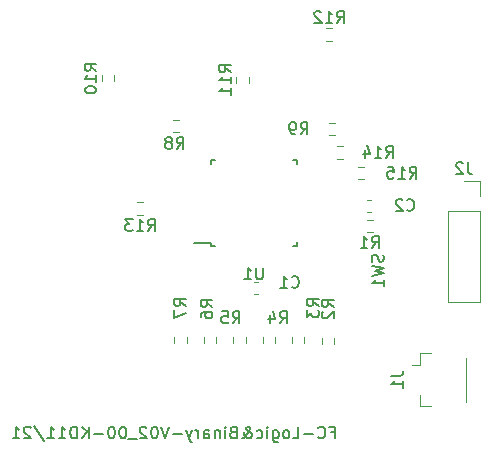
<source format=gbo>
G04 #@! TF.GenerationSoftware,KiCad,Pcbnew,5.1.10-88a1d61d58~90~ubuntu20.04.1*
G04 #@! TF.CreationDate,2021-11-23T17:04:51+00:00*
G04 #@! TF.ProjectId,logic-calc,6c6f6769-632d-4636-916c-632e6b696361,rev?*
G04 #@! TF.SameCoordinates,Original*
G04 #@! TF.FileFunction,Legend,Bot*
G04 #@! TF.FilePolarity,Positive*
%FSLAX46Y46*%
G04 Gerber Fmt 4.6, Leading zero omitted, Abs format (unit mm)*
G04 Created by KiCad (PCBNEW 5.1.10-88a1d61d58~90~ubuntu20.04.1) date 2021-11-23 17:04:51*
%MOMM*%
%LPD*%
G01*
G04 APERTURE LIST*
%ADD10C,0.150000*%
%ADD11C,0.120000*%
%ADD12O,1.700000X1.700000*%
%ADD13R,1.700000X1.700000*%
%ADD14R,0.550000X1.600000*%
%ADD15R,1.600000X0.550000*%
%ADD16R,1.400000X1.500000*%
G04 APERTURE END LIST*
D10*
X107485714Y-67678571D02*
X107819047Y-67678571D01*
X107819047Y-68202380D02*
X107819047Y-67202380D01*
X107342857Y-67202380D01*
X106390476Y-68107142D02*
X106438095Y-68154761D01*
X106580952Y-68202380D01*
X106676190Y-68202380D01*
X106819047Y-68154761D01*
X106914285Y-68059523D01*
X106961904Y-67964285D01*
X107009523Y-67773809D01*
X107009523Y-67630952D01*
X106961904Y-67440476D01*
X106914285Y-67345238D01*
X106819047Y-67250000D01*
X106676190Y-67202380D01*
X106580952Y-67202380D01*
X106438095Y-67250000D01*
X106390476Y-67297619D01*
X105961904Y-67821428D02*
X105200000Y-67821428D01*
X104247619Y-68202380D02*
X104723809Y-68202380D01*
X104723809Y-67202380D01*
X103771428Y-68202380D02*
X103866666Y-68154761D01*
X103914285Y-68107142D01*
X103961904Y-68011904D01*
X103961904Y-67726190D01*
X103914285Y-67630952D01*
X103866666Y-67583333D01*
X103771428Y-67535714D01*
X103628571Y-67535714D01*
X103533333Y-67583333D01*
X103485714Y-67630952D01*
X103438095Y-67726190D01*
X103438095Y-68011904D01*
X103485714Y-68107142D01*
X103533333Y-68154761D01*
X103628571Y-68202380D01*
X103771428Y-68202380D01*
X102580952Y-67535714D02*
X102580952Y-68345238D01*
X102628571Y-68440476D01*
X102676190Y-68488095D01*
X102771428Y-68535714D01*
X102914285Y-68535714D01*
X103009523Y-68488095D01*
X102580952Y-68154761D02*
X102676190Y-68202380D01*
X102866666Y-68202380D01*
X102961904Y-68154761D01*
X103009523Y-68107142D01*
X103057142Y-68011904D01*
X103057142Y-67726190D01*
X103009523Y-67630952D01*
X102961904Y-67583333D01*
X102866666Y-67535714D01*
X102676190Y-67535714D01*
X102580952Y-67583333D01*
X102104761Y-68202380D02*
X102104761Y-67535714D01*
X102104761Y-67202380D02*
X102152380Y-67250000D01*
X102104761Y-67297619D01*
X102057142Y-67250000D01*
X102104761Y-67202380D01*
X102104761Y-67297619D01*
X101200000Y-68154761D02*
X101295238Y-68202380D01*
X101485714Y-68202380D01*
X101580952Y-68154761D01*
X101628571Y-68107142D01*
X101676190Y-68011904D01*
X101676190Y-67726190D01*
X101628571Y-67630952D01*
X101580952Y-67583333D01*
X101485714Y-67535714D01*
X101295238Y-67535714D01*
X101200000Y-67583333D01*
X99961904Y-68202380D02*
X100009523Y-68202380D01*
X100104761Y-68154761D01*
X100247619Y-68011904D01*
X100485714Y-67726190D01*
X100580952Y-67583333D01*
X100628571Y-67440476D01*
X100628571Y-67345238D01*
X100580952Y-67250000D01*
X100485714Y-67202380D01*
X100438095Y-67202380D01*
X100342857Y-67250000D01*
X100295238Y-67345238D01*
X100295238Y-67392857D01*
X100342857Y-67488095D01*
X100390476Y-67535714D01*
X100676190Y-67726190D01*
X100723809Y-67773809D01*
X100771428Y-67869047D01*
X100771428Y-68011904D01*
X100723809Y-68107142D01*
X100676190Y-68154761D01*
X100580952Y-68202380D01*
X100438095Y-68202380D01*
X100342857Y-68154761D01*
X100295238Y-68107142D01*
X100152380Y-67916666D01*
X100104761Y-67773809D01*
X100104761Y-67678571D01*
X99200000Y-67678571D02*
X99057142Y-67726190D01*
X99009523Y-67773809D01*
X98961904Y-67869047D01*
X98961904Y-68011904D01*
X99009523Y-68107142D01*
X99057142Y-68154761D01*
X99152380Y-68202380D01*
X99533333Y-68202380D01*
X99533333Y-67202380D01*
X99200000Y-67202380D01*
X99104761Y-67250000D01*
X99057142Y-67297619D01*
X99009523Y-67392857D01*
X99009523Y-67488095D01*
X99057142Y-67583333D01*
X99104761Y-67630952D01*
X99200000Y-67678571D01*
X99533333Y-67678571D01*
X98533333Y-68202380D02*
X98533333Y-67535714D01*
X98533333Y-67202380D02*
X98580952Y-67250000D01*
X98533333Y-67297619D01*
X98485714Y-67250000D01*
X98533333Y-67202380D01*
X98533333Y-67297619D01*
X98057142Y-67535714D02*
X98057142Y-68202380D01*
X98057142Y-67630952D02*
X98009523Y-67583333D01*
X97914285Y-67535714D01*
X97771428Y-67535714D01*
X97676190Y-67583333D01*
X97628571Y-67678571D01*
X97628571Y-68202380D01*
X96723809Y-68202380D02*
X96723809Y-67678571D01*
X96771428Y-67583333D01*
X96866666Y-67535714D01*
X97057142Y-67535714D01*
X97152380Y-67583333D01*
X96723809Y-68154761D02*
X96819047Y-68202380D01*
X97057142Y-68202380D01*
X97152380Y-68154761D01*
X97200000Y-68059523D01*
X97200000Y-67964285D01*
X97152380Y-67869047D01*
X97057142Y-67821428D01*
X96819047Y-67821428D01*
X96723809Y-67773809D01*
X96247619Y-68202380D02*
X96247619Y-67535714D01*
X96247619Y-67726190D02*
X96200000Y-67630952D01*
X96152380Y-67583333D01*
X96057142Y-67535714D01*
X95961904Y-67535714D01*
X95723809Y-67535714D02*
X95485714Y-68202380D01*
X95247619Y-67535714D02*
X95485714Y-68202380D01*
X95580952Y-68440476D01*
X95628571Y-68488095D01*
X95723809Y-68535714D01*
X94866666Y-67821428D02*
X94104761Y-67821428D01*
X93771428Y-67202380D02*
X93438095Y-68202380D01*
X93104761Y-67202380D01*
X92580952Y-67202380D02*
X92485714Y-67202380D01*
X92390476Y-67250000D01*
X92342857Y-67297619D01*
X92295238Y-67392857D01*
X92247619Y-67583333D01*
X92247619Y-67821428D01*
X92295238Y-68011904D01*
X92342857Y-68107142D01*
X92390476Y-68154761D01*
X92485714Y-68202380D01*
X92580952Y-68202380D01*
X92676190Y-68154761D01*
X92723809Y-68107142D01*
X92771428Y-68011904D01*
X92819047Y-67821428D01*
X92819047Y-67583333D01*
X92771428Y-67392857D01*
X92723809Y-67297619D01*
X92676190Y-67250000D01*
X92580952Y-67202380D01*
X91866666Y-67297619D02*
X91819047Y-67250000D01*
X91723809Y-67202380D01*
X91485714Y-67202380D01*
X91390476Y-67250000D01*
X91342857Y-67297619D01*
X91295238Y-67392857D01*
X91295238Y-67488095D01*
X91342857Y-67630952D01*
X91914285Y-68202380D01*
X91295238Y-68202380D01*
X91104761Y-68297619D02*
X90342857Y-68297619D01*
X89914285Y-67202380D02*
X89819047Y-67202380D01*
X89723809Y-67250000D01*
X89676190Y-67297619D01*
X89628571Y-67392857D01*
X89580952Y-67583333D01*
X89580952Y-67821428D01*
X89628571Y-68011904D01*
X89676190Y-68107142D01*
X89723809Y-68154761D01*
X89819047Y-68202380D01*
X89914285Y-68202380D01*
X90009523Y-68154761D01*
X90057142Y-68107142D01*
X90104761Y-68011904D01*
X90152380Y-67821428D01*
X90152380Y-67583333D01*
X90104761Y-67392857D01*
X90057142Y-67297619D01*
X90009523Y-67250000D01*
X89914285Y-67202380D01*
X88961904Y-67202380D02*
X88866666Y-67202380D01*
X88771428Y-67250000D01*
X88723809Y-67297619D01*
X88676190Y-67392857D01*
X88628571Y-67583333D01*
X88628571Y-67821428D01*
X88676190Y-68011904D01*
X88723809Y-68107142D01*
X88771428Y-68154761D01*
X88866666Y-68202380D01*
X88961904Y-68202380D01*
X89057142Y-68154761D01*
X89104761Y-68107142D01*
X89152380Y-68011904D01*
X89200000Y-67821428D01*
X89200000Y-67583333D01*
X89152380Y-67392857D01*
X89104761Y-67297619D01*
X89057142Y-67250000D01*
X88961904Y-67202380D01*
X88200000Y-67821428D02*
X87438095Y-67821428D01*
X86961904Y-68202380D02*
X86961904Y-67202380D01*
X86390476Y-68202380D02*
X86819047Y-67630952D01*
X86390476Y-67202380D02*
X86961904Y-67773809D01*
X85961904Y-68202380D02*
X85961904Y-67202380D01*
X85723809Y-67202380D01*
X85580952Y-67250000D01*
X85485714Y-67345238D01*
X85438095Y-67440476D01*
X85390476Y-67630952D01*
X85390476Y-67773809D01*
X85438095Y-67964285D01*
X85485714Y-68059523D01*
X85580952Y-68154761D01*
X85723809Y-68202380D01*
X85961904Y-68202380D01*
X84438095Y-68202380D02*
X85009523Y-68202380D01*
X84723809Y-68202380D02*
X84723809Y-67202380D01*
X84819047Y-67345238D01*
X84914285Y-67440476D01*
X85009523Y-67488095D01*
X83485714Y-68202380D02*
X84057142Y-68202380D01*
X83771428Y-68202380D02*
X83771428Y-67202380D01*
X83866666Y-67345238D01*
X83961904Y-67440476D01*
X84057142Y-67488095D01*
X82342857Y-67154761D02*
X83200000Y-68440476D01*
X82057142Y-67297619D02*
X82009523Y-67250000D01*
X81914285Y-67202380D01*
X81676190Y-67202380D01*
X81580952Y-67250000D01*
X81533333Y-67297619D01*
X81485714Y-67392857D01*
X81485714Y-67488095D01*
X81533333Y-67630952D01*
X82104761Y-68202380D01*
X81485714Y-68202380D01*
X80533333Y-68202380D02*
X81104761Y-68202380D01*
X80819047Y-68202380D02*
X80819047Y-67202380D01*
X80914285Y-67345238D01*
X81009523Y-67440476D01*
X81104761Y-67488095D01*
D11*
X120080000Y-56660000D02*
X117420000Y-56660000D01*
X120080000Y-48980000D02*
X120080000Y-56660000D01*
X117420000Y-48980000D02*
X117420000Y-56660000D01*
X120080000Y-48980000D02*
X117420000Y-48980000D01*
X120080000Y-47710000D02*
X120080000Y-46380000D01*
X120080000Y-46380000D02*
X118750000Y-46380000D01*
X115990000Y-61015000D02*
X115040000Y-61015000D01*
X115040000Y-61015000D02*
X115040000Y-61965000D01*
X115040000Y-61965000D02*
X114350000Y-61965000D01*
X115990000Y-65485000D02*
X115040000Y-65485000D01*
X115040000Y-65485000D02*
X115040000Y-64535000D01*
X118960000Y-61385000D02*
X118960000Y-65115000D01*
D10*
X97325000Y-51650000D02*
X95900000Y-51650000D01*
X104575000Y-51875000D02*
X104250000Y-51875000D01*
X104575000Y-44625000D02*
X104250000Y-44625000D01*
X97325000Y-44625000D02*
X97650000Y-44625000D01*
X97325000Y-51875000D02*
X97650000Y-51875000D01*
X97325000Y-44625000D02*
X97325000Y-44950000D01*
X104575000Y-44625000D02*
X104575000Y-44950000D01*
X104575000Y-51875000D02*
X104575000Y-51550000D01*
X97325000Y-51875000D02*
X97325000Y-51650000D01*
D11*
X110254724Y-46272500D02*
X109745276Y-46272500D01*
X110254724Y-45227500D02*
X109745276Y-45227500D01*
X108504724Y-44522500D02*
X107995276Y-44522500D01*
X108504724Y-43477500D02*
X107995276Y-43477500D01*
X91082776Y-48227500D02*
X91592224Y-48227500D01*
X91082776Y-49272500D02*
X91592224Y-49272500D01*
X107592224Y-34522500D02*
X107082776Y-34522500D01*
X107592224Y-33477500D02*
X107082776Y-33477500D01*
X100522500Y-37582776D02*
X100522500Y-38092224D01*
X99477500Y-37582776D02*
X99477500Y-38092224D01*
X89122500Y-37457776D02*
X89122500Y-37967224D01*
X88077500Y-37457776D02*
X88077500Y-37967224D01*
X107332776Y-41477500D02*
X107842224Y-41477500D01*
X107332776Y-42522500D02*
X107842224Y-42522500D01*
X94082776Y-41227500D02*
X94592224Y-41227500D01*
X94082776Y-42272500D02*
X94592224Y-42272500D01*
X94227500Y-60167224D02*
X94227500Y-59657776D01*
X95272500Y-60167224D02*
X95272500Y-59657776D01*
X96727500Y-60167224D02*
X96727500Y-59657776D01*
X97772500Y-60167224D02*
X97772500Y-59657776D01*
X99227500Y-60167224D02*
X99227500Y-59657776D01*
X100272500Y-60167224D02*
X100272500Y-59657776D01*
X101727500Y-60167224D02*
X101727500Y-59657776D01*
X102772500Y-60167224D02*
X102772500Y-59657776D01*
X104177500Y-60167224D02*
X104177500Y-59657776D01*
X105222500Y-60167224D02*
X105222500Y-59657776D01*
X106727500Y-60254724D02*
X106727500Y-59745276D01*
X107772500Y-60254724D02*
X107772500Y-59745276D01*
X110532776Y-49677500D02*
X111042224Y-49677500D01*
X110532776Y-50722500D02*
X111042224Y-50722500D01*
X110553733Y-47990000D02*
X110846267Y-47990000D01*
X110553733Y-49010000D02*
X110846267Y-49010000D01*
X101283767Y-56010000D02*
X100991233Y-56010000D01*
X101283767Y-54990000D02*
X100991233Y-54990000D01*
D10*
X119083333Y-44832380D02*
X119083333Y-45546666D01*
X119130952Y-45689523D01*
X119226190Y-45784761D01*
X119369047Y-45832380D01*
X119464285Y-45832380D01*
X118654761Y-44927619D02*
X118607142Y-44880000D01*
X118511904Y-44832380D01*
X118273809Y-44832380D01*
X118178571Y-44880000D01*
X118130952Y-44927619D01*
X118083333Y-45022857D01*
X118083333Y-45118095D01*
X118130952Y-45260952D01*
X118702380Y-45832380D01*
X118083333Y-45832380D01*
X112602380Y-62916666D02*
X113316666Y-62916666D01*
X113459523Y-62869047D01*
X113554761Y-62773809D01*
X113602380Y-62630952D01*
X113602380Y-62535714D01*
X113602380Y-63916666D02*
X113602380Y-63345238D01*
X113602380Y-63630952D02*
X112602380Y-63630952D01*
X112745238Y-63535714D01*
X112840476Y-63440476D01*
X112888095Y-63345238D01*
X101711904Y-53752380D02*
X101711904Y-54561904D01*
X101664285Y-54657142D01*
X101616666Y-54704761D01*
X101521428Y-54752380D01*
X101330952Y-54752380D01*
X101235714Y-54704761D01*
X101188095Y-54657142D01*
X101140476Y-54561904D01*
X101140476Y-53752380D01*
X100140476Y-54752380D02*
X100711904Y-54752380D01*
X100426190Y-54752380D02*
X100426190Y-53752380D01*
X100521428Y-53895238D01*
X100616666Y-53990476D01*
X100711904Y-54038095D01*
X111904761Y-52666666D02*
X111952380Y-52809523D01*
X111952380Y-53047619D01*
X111904761Y-53142857D01*
X111857142Y-53190476D01*
X111761904Y-53238095D01*
X111666666Y-53238095D01*
X111571428Y-53190476D01*
X111523809Y-53142857D01*
X111476190Y-53047619D01*
X111428571Y-52857142D01*
X111380952Y-52761904D01*
X111333333Y-52714285D01*
X111238095Y-52666666D01*
X111142857Y-52666666D01*
X111047619Y-52714285D01*
X111000000Y-52761904D01*
X110952380Y-52857142D01*
X110952380Y-53095238D01*
X111000000Y-53238095D01*
X110952380Y-53571428D02*
X111952380Y-53809523D01*
X111238095Y-54000000D01*
X111952380Y-54190476D01*
X110952380Y-54428571D01*
X111952380Y-55333333D02*
X111952380Y-54761904D01*
X111952380Y-55047619D02*
X110952380Y-55047619D01*
X111095238Y-54952380D01*
X111190476Y-54857142D01*
X111238095Y-54761904D01*
X114142857Y-46202380D02*
X114476190Y-45726190D01*
X114714285Y-46202380D02*
X114714285Y-45202380D01*
X114333333Y-45202380D01*
X114238095Y-45250000D01*
X114190476Y-45297619D01*
X114142857Y-45392857D01*
X114142857Y-45535714D01*
X114190476Y-45630952D01*
X114238095Y-45678571D01*
X114333333Y-45726190D01*
X114714285Y-45726190D01*
X113190476Y-46202380D02*
X113761904Y-46202380D01*
X113476190Y-46202380D02*
X113476190Y-45202380D01*
X113571428Y-45345238D01*
X113666666Y-45440476D01*
X113761904Y-45488095D01*
X112285714Y-45202380D02*
X112761904Y-45202380D01*
X112809523Y-45678571D01*
X112761904Y-45630952D01*
X112666666Y-45583333D01*
X112428571Y-45583333D01*
X112333333Y-45630952D01*
X112285714Y-45678571D01*
X112238095Y-45773809D01*
X112238095Y-46011904D01*
X112285714Y-46107142D01*
X112333333Y-46154761D01*
X112428571Y-46202380D01*
X112666666Y-46202380D01*
X112761904Y-46154761D01*
X112809523Y-46107142D01*
X112142857Y-44452380D02*
X112476190Y-43976190D01*
X112714285Y-44452380D02*
X112714285Y-43452380D01*
X112333333Y-43452380D01*
X112238095Y-43500000D01*
X112190476Y-43547619D01*
X112142857Y-43642857D01*
X112142857Y-43785714D01*
X112190476Y-43880952D01*
X112238095Y-43928571D01*
X112333333Y-43976190D01*
X112714285Y-43976190D01*
X111190476Y-44452380D02*
X111761904Y-44452380D01*
X111476190Y-44452380D02*
X111476190Y-43452380D01*
X111571428Y-43595238D01*
X111666666Y-43690476D01*
X111761904Y-43738095D01*
X110333333Y-43785714D02*
X110333333Y-44452380D01*
X110571428Y-43404761D02*
X110809523Y-44119047D01*
X110190476Y-44119047D01*
X91980357Y-50632380D02*
X92313690Y-50156190D01*
X92551785Y-50632380D02*
X92551785Y-49632380D01*
X92170833Y-49632380D01*
X92075595Y-49680000D01*
X92027976Y-49727619D01*
X91980357Y-49822857D01*
X91980357Y-49965714D01*
X92027976Y-50060952D01*
X92075595Y-50108571D01*
X92170833Y-50156190D01*
X92551785Y-50156190D01*
X91027976Y-50632380D02*
X91599404Y-50632380D01*
X91313690Y-50632380D02*
X91313690Y-49632380D01*
X91408928Y-49775238D01*
X91504166Y-49870476D01*
X91599404Y-49918095D01*
X90694642Y-49632380D02*
X90075595Y-49632380D01*
X90408928Y-50013333D01*
X90266071Y-50013333D01*
X90170833Y-50060952D01*
X90123214Y-50108571D01*
X90075595Y-50203809D01*
X90075595Y-50441904D01*
X90123214Y-50537142D01*
X90170833Y-50584761D01*
X90266071Y-50632380D01*
X90551785Y-50632380D01*
X90647023Y-50584761D01*
X90694642Y-50537142D01*
X107980357Y-33022380D02*
X108313690Y-32546190D01*
X108551785Y-33022380D02*
X108551785Y-32022380D01*
X108170833Y-32022380D01*
X108075595Y-32070000D01*
X108027976Y-32117619D01*
X107980357Y-32212857D01*
X107980357Y-32355714D01*
X108027976Y-32450952D01*
X108075595Y-32498571D01*
X108170833Y-32546190D01*
X108551785Y-32546190D01*
X107027976Y-33022380D02*
X107599404Y-33022380D01*
X107313690Y-33022380D02*
X107313690Y-32022380D01*
X107408928Y-32165238D01*
X107504166Y-32260476D01*
X107599404Y-32308095D01*
X106647023Y-32117619D02*
X106599404Y-32070000D01*
X106504166Y-32022380D01*
X106266071Y-32022380D01*
X106170833Y-32070000D01*
X106123214Y-32117619D01*
X106075595Y-32212857D01*
X106075595Y-32308095D01*
X106123214Y-32450952D01*
X106694642Y-33022380D01*
X106075595Y-33022380D01*
X99022380Y-37194642D02*
X98546190Y-36861309D01*
X99022380Y-36623214D02*
X98022380Y-36623214D01*
X98022380Y-37004166D01*
X98070000Y-37099404D01*
X98117619Y-37147023D01*
X98212857Y-37194642D01*
X98355714Y-37194642D01*
X98450952Y-37147023D01*
X98498571Y-37099404D01*
X98546190Y-37004166D01*
X98546190Y-36623214D01*
X99022380Y-38147023D02*
X99022380Y-37575595D01*
X99022380Y-37861309D02*
X98022380Y-37861309D01*
X98165238Y-37766071D01*
X98260476Y-37670833D01*
X98308095Y-37575595D01*
X99022380Y-39099404D02*
X99022380Y-38527976D01*
X99022380Y-38813690D02*
X98022380Y-38813690D01*
X98165238Y-38718452D01*
X98260476Y-38623214D01*
X98308095Y-38527976D01*
X87622380Y-37069642D02*
X87146190Y-36736309D01*
X87622380Y-36498214D02*
X86622380Y-36498214D01*
X86622380Y-36879166D01*
X86670000Y-36974404D01*
X86717619Y-37022023D01*
X86812857Y-37069642D01*
X86955714Y-37069642D01*
X87050952Y-37022023D01*
X87098571Y-36974404D01*
X87146190Y-36879166D01*
X87146190Y-36498214D01*
X87622380Y-38022023D02*
X87622380Y-37450595D01*
X87622380Y-37736309D02*
X86622380Y-37736309D01*
X86765238Y-37641071D01*
X86860476Y-37545833D01*
X86908095Y-37450595D01*
X86622380Y-38641071D02*
X86622380Y-38736309D01*
X86670000Y-38831547D01*
X86717619Y-38879166D01*
X86812857Y-38926785D01*
X87003333Y-38974404D01*
X87241428Y-38974404D01*
X87431904Y-38926785D01*
X87527142Y-38879166D01*
X87574761Y-38831547D01*
X87622380Y-38736309D01*
X87622380Y-38641071D01*
X87574761Y-38545833D01*
X87527142Y-38498214D01*
X87431904Y-38450595D01*
X87241428Y-38402976D01*
X87003333Y-38402976D01*
X86812857Y-38450595D01*
X86717619Y-38498214D01*
X86670000Y-38545833D01*
X86622380Y-38641071D01*
X104916666Y-42452380D02*
X105250000Y-41976190D01*
X105488095Y-42452380D02*
X105488095Y-41452380D01*
X105107142Y-41452380D01*
X105011904Y-41500000D01*
X104964285Y-41547619D01*
X104916666Y-41642857D01*
X104916666Y-41785714D01*
X104964285Y-41880952D01*
X105011904Y-41928571D01*
X105107142Y-41976190D01*
X105488095Y-41976190D01*
X104440476Y-42452380D02*
X104250000Y-42452380D01*
X104154761Y-42404761D01*
X104107142Y-42357142D01*
X104011904Y-42214285D01*
X103964285Y-42023809D01*
X103964285Y-41642857D01*
X104011904Y-41547619D01*
X104059523Y-41500000D01*
X104154761Y-41452380D01*
X104345238Y-41452380D01*
X104440476Y-41500000D01*
X104488095Y-41547619D01*
X104535714Y-41642857D01*
X104535714Y-41880952D01*
X104488095Y-41976190D01*
X104440476Y-42023809D01*
X104345238Y-42071428D01*
X104154761Y-42071428D01*
X104059523Y-42023809D01*
X104011904Y-41976190D01*
X103964285Y-41880952D01*
X94416666Y-43702380D02*
X94750000Y-43226190D01*
X94988095Y-43702380D02*
X94988095Y-42702380D01*
X94607142Y-42702380D01*
X94511904Y-42750000D01*
X94464285Y-42797619D01*
X94416666Y-42892857D01*
X94416666Y-43035714D01*
X94464285Y-43130952D01*
X94511904Y-43178571D01*
X94607142Y-43226190D01*
X94988095Y-43226190D01*
X93845238Y-43130952D02*
X93940476Y-43083333D01*
X93988095Y-43035714D01*
X94035714Y-42940476D01*
X94035714Y-42892857D01*
X93988095Y-42797619D01*
X93940476Y-42750000D01*
X93845238Y-42702380D01*
X93654761Y-42702380D01*
X93559523Y-42750000D01*
X93511904Y-42797619D01*
X93464285Y-42892857D01*
X93464285Y-42940476D01*
X93511904Y-43035714D01*
X93559523Y-43083333D01*
X93654761Y-43130952D01*
X93845238Y-43130952D01*
X93940476Y-43178571D01*
X93988095Y-43226190D01*
X94035714Y-43321428D01*
X94035714Y-43511904D01*
X93988095Y-43607142D01*
X93940476Y-43654761D01*
X93845238Y-43702380D01*
X93654761Y-43702380D01*
X93559523Y-43654761D01*
X93511904Y-43607142D01*
X93464285Y-43511904D01*
X93464285Y-43321428D01*
X93511904Y-43226190D01*
X93559523Y-43178571D01*
X93654761Y-43130952D01*
X95202380Y-56995833D02*
X94726190Y-56662500D01*
X95202380Y-56424404D02*
X94202380Y-56424404D01*
X94202380Y-56805357D01*
X94250000Y-56900595D01*
X94297619Y-56948214D01*
X94392857Y-56995833D01*
X94535714Y-56995833D01*
X94630952Y-56948214D01*
X94678571Y-56900595D01*
X94726190Y-56805357D01*
X94726190Y-56424404D01*
X94202380Y-57329166D02*
X94202380Y-57995833D01*
X95202380Y-57567261D01*
X97452380Y-57083333D02*
X96976190Y-56750000D01*
X97452380Y-56511904D02*
X96452380Y-56511904D01*
X96452380Y-56892857D01*
X96500000Y-56988095D01*
X96547619Y-57035714D01*
X96642857Y-57083333D01*
X96785714Y-57083333D01*
X96880952Y-57035714D01*
X96928571Y-56988095D01*
X96976190Y-56892857D01*
X96976190Y-56511904D01*
X96452380Y-57940476D02*
X96452380Y-57750000D01*
X96500000Y-57654761D01*
X96547619Y-57607142D01*
X96690476Y-57511904D01*
X96880952Y-57464285D01*
X97261904Y-57464285D01*
X97357142Y-57511904D01*
X97404761Y-57559523D01*
X97452380Y-57654761D01*
X97452380Y-57845238D01*
X97404761Y-57940476D01*
X97357142Y-57988095D01*
X97261904Y-58035714D01*
X97023809Y-58035714D01*
X96928571Y-57988095D01*
X96880952Y-57940476D01*
X96833333Y-57845238D01*
X96833333Y-57654761D01*
X96880952Y-57559523D01*
X96928571Y-57511904D01*
X97023809Y-57464285D01*
X99166666Y-58452380D02*
X99500000Y-57976190D01*
X99738095Y-58452380D02*
X99738095Y-57452380D01*
X99357142Y-57452380D01*
X99261904Y-57500000D01*
X99214285Y-57547619D01*
X99166666Y-57642857D01*
X99166666Y-57785714D01*
X99214285Y-57880952D01*
X99261904Y-57928571D01*
X99357142Y-57976190D01*
X99738095Y-57976190D01*
X98261904Y-57452380D02*
X98738095Y-57452380D01*
X98785714Y-57928571D01*
X98738095Y-57880952D01*
X98642857Y-57833333D01*
X98404761Y-57833333D01*
X98309523Y-57880952D01*
X98261904Y-57928571D01*
X98214285Y-58023809D01*
X98214285Y-58261904D01*
X98261904Y-58357142D01*
X98309523Y-58404761D01*
X98404761Y-58452380D01*
X98642857Y-58452380D01*
X98738095Y-58404761D01*
X98785714Y-58357142D01*
X103166666Y-58452380D02*
X103500000Y-57976190D01*
X103738095Y-58452380D02*
X103738095Y-57452380D01*
X103357142Y-57452380D01*
X103261904Y-57500000D01*
X103214285Y-57547619D01*
X103166666Y-57642857D01*
X103166666Y-57785714D01*
X103214285Y-57880952D01*
X103261904Y-57928571D01*
X103357142Y-57976190D01*
X103738095Y-57976190D01*
X102309523Y-57785714D02*
X102309523Y-58452380D01*
X102547619Y-57404761D02*
X102785714Y-58119047D01*
X102166666Y-58119047D01*
X106452380Y-56995833D02*
X105976190Y-56662500D01*
X106452380Y-56424404D02*
X105452380Y-56424404D01*
X105452380Y-56805357D01*
X105500000Y-56900595D01*
X105547619Y-56948214D01*
X105642857Y-56995833D01*
X105785714Y-56995833D01*
X105880952Y-56948214D01*
X105928571Y-56900595D01*
X105976190Y-56805357D01*
X105976190Y-56424404D01*
X105452380Y-57329166D02*
X105452380Y-57948214D01*
X105833333Y-57614880D01*
X105833333Y-57757738D01*
X105880952Y-57852976D01*
X105928571Y-57900595D01*
X106023809Y-57948214D01*
X106261904Y-57948214D01*
X106357142Y-57900595D01*
X106404761Y-57852976D01*
X106452380Y-57757738D01*
X106452380Y-57472023D01*
X106404761Y-57376785D01*
X106357142Y-57329166D01*
X107702380Y-57083333D02*
X107226190Y-56750000D01*
X107702380Y-56511904D02*
X106702380Y-56511904D01*
X106702380Y-56892857D01*
X106750000Y-56988095D01*
X106797619Y-57035714D01*
X106892857Y-57083333D01*
X107035714Y-57083333D01*
X107130952Y-57035714D01*
X107178571Y-56988095D01*
X107226190Y-56892857D01*
X107226190Y-56511904D01*
X106797619Y-57464285D02*
X106750000Y-57511904D01*
X106702380Y-57607142D01*
X106702380Y-57845238D01*
X106750000Y-57940476D01*
X106797619Y-57988095D01*
X106892857Y-58035714D01*
X106988095Y-58035714D01*
X107130952Y-57988095D01*
X107702380Y-57416666D01*
X107702380Y-58035714D01*
X110954166Y-52082380D02*
X111287500Y-51606190D01*
X111525595Y-52082380D02*
X111525595Y-51082380D01*
X111144642Y-51082380D01*
X111049404Y-51130000D01*
X111001785Y-51177619D01*
X110954166Y-51272857D01*
X110954166Y-51415714D01*
X111001785Y-51510952D01*
X111049404Y-51558571D01*
X111144642Y-51606190D01*
X111525595Y-51606190D01*
X110001785Y-52082380D02*
X110573214Y-52082380D01*
X110287500Y-52082380D02*
X110287500Y-51082380D01*
X110382738Y-51225238D01*
X110477976Y-51320476D01*
X110573214Y-51368095D01*
X113916666Y-48857142D02*
X113964285Y-48904761D01*
X114107142Y-48952380D01*
X114202380Y-48952380D01*
X114345238Y-48904761D01*
X114440476Y-48809523D01*
X114488095Y-48714285D01*
X114535714Y-48523809D01*
X114535714Y-48380952D01*
X114488095Y-48190476D01*
X114440476Y-48095238D01*
X114345238Y-48000000D01*
X114202380Y-47952380D01*
X114107142Y-47952380D01*
X113964285Y-48000000D01*
X113916666Y-48047619D01*
X113535714Y-48047619D02*
X113488095Y-48000000D01*
X113392857Y-47952380D01*
X113154761Y-47952380D01*
X113059523Y-48000000D01*
X113011904Y-48047619D01*
X112964285Y-48142857D01*
X112964285Y-48238095D01*
X113011904Y-48380952D01*
X113583333Y-48952380D01*
X112964285Y-48952380D01*
X104166666Y-55357142D02*
X104214285Y-55404761D01*
X104357142Y-55452380D01*
X104452380Y-55452380D01*
X104595238Y-55404761D01*
X104690476Y-55309523D01*
X104738095Y-55214285D01*
X104785714Y-55023809D01*
X104785714Y-54880952D01*
X104738095Y-54690476D01*
X104690476Y-54595238D01*
X104595238Y-54500000D01*
X104452380Y-54452380D01*
X104357142Y-54452380D01*
X104214285Y-54500000D01*
X104166666Y-54547619D01*
X103214285Y-55452380D02*
X103785714Y-55452380D01*
X103500000Y-55452380D02*
X103500000Y-54452380D01*
X103595238Y-54595238D01*
X103690476Y-54690476D01*
X103785714Y-54738095D01*
%LPC*%
D12*
X118750000Y-55330000D03*
X118750000Y-52790000D03*
X118750000Y-50250000D03*
D13*
X118750000Y-47710000D03*
G36*
G01*
X116499999Y-65375000D02*
X119000001Y-65375000D01*
G75*
G02*
X119250000Y-65624999I0J-249999D01*
G01*
X119250000Y-67225001D01*
G75*
G02*
X119000001Y-67475000I-249999J0D01*
G01*
X116499999Y-67475000D01*
G75*
G02*
X116250000Y-67225001I0J249999D01*
G01*
X116250000Y-65624999D01*
G75*
G02*
X116499999Y-65375000I249999J0D01*
G01*
G37*
G36*
G01*
X116499999Y-59025000D02*
X119000001Y-59025000D01*
G75*
G02*
X119250000Y-59274999I0J-249999D01*
G01*
X119250000Y-60875001D01*
G75*
G02*
X119000001Y-61125000I-249999J0D01*
G01*
X116499999Y-61125000D01*
G75*
G02*
X116250000Y-60875001I0J249999D01*
G01*
X116250000Y-59274999D01*
G75*
G02*
X116499999Y-59025000I249999J0D01*
G01*
G37*
G36*
G01*
X114550000Y-63475000D02*
X115450000Y-63475000D01*
G75*
G02*
X115650000Y-63675000I0J-200000D01*
G01*
X115650000Y-64075000D01*
G75*
G02*
X115450000Y-64275000I-200000J0D01*
G01*
X114550000Y-64275000D01*
G75*
G02*
X114350000Y-64075000I0J200000D01*
G01*
X114350000Y-63675000D01*
G75*
G02*
X114550000Y-63475000I200000J0D01*
G01*
G37*
G36*
G01*
X114550000Y-62225000D02*
X115450000Y-62225000D01*
G75*
G02*
X115650000Y-62425000I0J-200000D01*
G01*
X115650000Y-62825000D01*
G75*
G02*
X115450000Y-63025000I-200000J0D01*
G01*
X114550000Y-63025000D01*
G75*
G02*
X114350000Y-62825000I0J200000D01*
G01*
X114350000Y-62425000D01*
G75*
G02*
X114550000Y-62225000I200000J0D01*
G01*
G37*
D14*
X98150000Y-52500000D03*
X98950000Y-52500000D03*
X99750000Y-52500000D03*
X100550000Y-52500000D03*
X101350000Y-52500000D03*
X102150000Y-52500000D03*
X102950000Y-52500000D03*
X103750000Y-52500000D03*
D15*
X105200000Y-51050000D03*
X105200000Y-50250000D03*
X105200000Y-49450000D03*
X105200000Y-48650000D03*
X105200000Y-47850000D03*
X105200000Y-47050000D03*
X105200000Y-46250000D03*
X105200000Y-45450000D03*
D14*
X103750000Y-44000000D03*
X102950000Y-44000000D03*
X102150000Y-44000000D03*
X101350000Y-44000000D03*
X100550000Y-44000000D03*
X99750000Y-44000000D03*
X98950000Y-44000000D03*
X98150000Y-44000000D03*
D15*
X96700000Y-45450000D03*
X96700000Y-46250000D03*
X96700000Y-47050000D03*
X96700000Y-47850000D03*
X96700000Y-48650000D03*
X96700000Y-49450000D03*
X96700000Y-50250000D03*
X96700000Y-51050000D03*
D16*
X114400000Y-56700000D03*
X114400000Y-50200000D03*
G36*
G01*
X109575000Y-45512500D02*
X109575000Y-45987500D01*
G75*
G02*
X109337500Y-46225000I-237500J0D01*
G01*
X108837500Y-46225000D01*
G75*
G02*
X108600000Y-45987500I0J237500D01*
G01*
X108600000Y-45512500D01*
G75*
G02*
X108837500Y-45275000I237500J0D01*
G01*
X109337500Y-45275000D01*
G75*
G02*
X109575000Y-45512500I0J-237500D01*
G01*
G37*
G36*
G01*
X111400000Y-45512500D02*
X111400000Y-45987500D01*
G75*
G02*
X111162500Y-46225000I-237500J0D01*
G01*
X110662500Y-46225000D01*
G75*
G02*
X110425000Y-45987500I0J237500D01*
G01*
X110425000Y-45512500D01*
G75*
G02*
X110662500Y-45275000I237500J0D01*
G01*
X111162500Y-45275000D01*
G75*
G02*
X111400000Y-45512500I0J-237500D01*
G01*
G37*
G36*
G01*
X107825000Y-43762500D02*
X107825000Y-44237500D01*
G75*
G02*
X107587500Y-44475000I-237500J0D01*
G01*
X107087500Y-44475000D01*
G75*
G02*
X106850000Y-44237500I0J237500D01*
G01*
X106850000Y-43762500D01*
G75*
G02*
X107087500Y-43525000I237500J0D01*
G01*
X107587500Y-43525000D01*
G75*
G02*
X107825000Y-43762500I0J-237500D01*
G01*
G37*
G36*
G01*
X109650000Y-43762500D02*
X109650000Y-44237500D01*
G75*
G02*
X109412500Y-44475000I-237500J0D01*
G01*
X108912500Y-44475000D01*
G75*
G02*
X108675000Y-44237500I0J237500D01*
G01*
X108675000Y-43762500D01*
G75*
G02*
X108912500Y-43525000I237500J0D01*
G01*
X109412500Y-43525000D01*
G75*
G02*
X109650000Y-43762500I0J-237500D01*
G01*
G37*
G36*
G01*
X91762500Y-48987500D02*
X91762500Y-48512500D01*
G75*
G02*
X92000000Y-48275000I237500J0D01*
G01*
X92500000Y-48275000D01*
G75*
G02*
X92737500Y-48512500I0J-237500D01*
G01*
X92737500Y-48987500D01*
G75*
G02*
X92500000Y-49225000I-237500J0D01*
G01*
X92000000Y-49225000D01*
G75*
G02*
X91762500Y-48987500I0J237500D01*
G01*
G37*
G36*
G01*
X89937500Y-48987500D02*
X89937500Y-48512500D01*
G75*
G02*
X90175000Y-48275000I237500J0D01*
G01*
X90675000Y-48275000D01*
G75*
G02*
X90912500Y-48512500I0J-237500D01*
G01*
X90912500Y-48987500D01*
G75*
G02*
X90675000Y-49225000I-237500J0D01*
G01*
X90175000Y-49225000D01*
G75*
G02*
X89937500Y-48987500I0J237500D01*
G01*
G37*
G36*
G01*
X106912500Y-33762500D02*
X106912500Y-34237500D01*
G75*
G02*
X106675000Y-34475000I-237500J0D01*
G01*
X106175000Y-34475000D01*
G75*
G02*
X105937500Y-34237500I0J237500D01*
G01*
X105937500Y-33762500D01*
G75*
G02*
X106175000Y-33525000I237500J0D01*
G01*
X106675000Y-33525000D01*
G75*
G02*
X106912500Y-33762500I0J-237500D01*
G01*
G37*
G36*
G01*
X108737500Y-33762500D02*
X108737500Y-34237500D01*
G75*
G02*
X108500000Y-34475000I-237500J0D01*
G01*
X108000000Y-34475000D01*
G75*
G02*
X107762500Y-34237500I0J237500D01*
G01*
X107762500Y-33762500D01*
G75*
G02*
X108000000Y-33525000I237500J0D01*
G01*
X108500000Y-33525000D01*
G75*
G02*
X108737500Y-33762500I0J-237500D01*
G01*
G37*
G36*
G01*
X99762500Y-38262500D02*
X100237500Y-38262500D01*
G75*
G02*
X100475000Y-38500000I0J-237500D01*
G01*
X100475000Y-39000000D01*
G75*
G02*
X100237500Y-39237500I-237500J0D01*
G01*
X99762500Y-39237500D01*
G75*
G02*
X99525000Y-39000000I0J237500D01*
G01*
X99525000Y-38500000D01*
G75*
G02*
X99762500Y-38262500I237500J0D01*
G01*
G37*
G36*
G01*
X99762500Y-36437500D02*
X100237500Y-36437500D01*
G75*
G02*
X100475000Y-36675000I0J-237500D01*
G01*
X100475000Y-37175000D01*
G75*
G02*
X100237500Y-37412500I-237500J0D01*
G01*
X99762500Y-37412500D01*
G75*
G02*
X99525000Y-37175000I0J237500D01*
G01*
X99525000Y-36675000D01*
G75*
G02*
X99762500Y-36437500I237500J0D01*
G01*
G37*
G36*
G01*
X88362500Y-38137500D02*
X88837500Y-38137500D01*
G75*
G02*
X89075000Y-38375000I0J-237500D01*
G01*
X89075000Y-38875000D01*
G75*
G02*
X88837500Y-39112500I-237500J0D01*
G01*
X88362500Y-39112500D01*
G75*
G02*
X88125000Y-38875000I0J237500D01*
G01*
X88125000Y-38375000D01*
G75*
G02*
X88362500Y-38137500I237500J0D01*
G01*
G37*
G36*
G01*
X88362500Y-36312500D02*
X88837500Y-36312500D01*
G75*
G02*
X89075000Y-36550000I0J-237500D01*
G01*
X89075000Y-37050000D01*
G75*
G02*
X88837500Y-37287500I-237500J0D01*
G01*
X88362500Y-37287500D01*
G75*
G02*
X88125000Y-37050000I0J237500D01*
G01*
X88125000Y-36550000D01*
G75*
G02*
X88362500Y-36312500I237500J0D01*
G01*
G37*
G36*
G01*
X108012500Y-42237500D02*
X108012500Y-41762500D01*
G75*
G02*
X108250000Y-41525000I237500J0D01*
G01*
X108750000Y-41525000D01*
G75*
G02*
X108987500Y-41762500I0J-237500D01*
G01*
X108987500Y-42237500D01*
G75*
G02*
X108750000Y-42475000I-237500J0D01*
G01*
X108250000Y-42475000D01*
G75*
G02*
X108012500Y-42237500I0J237500D01*
G01*
G37*
G36*
G01*
X106187500Y-42237500D02*
X106187500Y-41762500D01*
G75*
G02*
X106425000Y-41525000I237500J0D01*
G01*
X106925000Y-41525000D01*
G75*
G02*
X107162500Y-41762500I0J-237500D01*
G01*
X107162500Y-42237500D01*
G75*
G02*
X106925000Y-42475000I-237500J0D01*
G01*
X106425000Y-42475000D01*
G75*
G02*
X106187500Y-42237500I0J237500D01*
G01*
G37*
G36*
G01*
X94762500Y-41987500D02*
X94762500Y-41512500D01*
G75*
G02*
X95000000Y-41275000I237500J0D01*
G01*
X95500000Y-41275000D01*
G75*
G02*
X95737500Y-41512500I0J-237500D01*
G01*
X95737500Y-41987500D01*
G75*
G02*
X95500000Y-42225000I-237500J0D01*
G01*
X95000000Y-42225000D01*
G75*
G02*
X94762500Y-41987500I0J237500D01*
G01*
G37*
G36*
G01*
X92937500Y-41987500D02*
X92937500Y-41512500D01*
G75*
G02*
X93175000Y-41275000I237500J0D01*
G01*
X93675000Y-41275000D01*
G75*
G02*
X93912500Y-41512500I0J-237500D01*
G01*
X93912500Y-41987500D01*
G75*
G02*
X93675000Y-42225000I-237500J0D01*
G01*
X93175000Y-42225000D01*
G75*
G02*
X92937500Y-41987500I0J237500D01*
G01*
G37*
G36*
G01*
X94987500Y-59487500D02*
X94512500Y-59487500D01*
G75*
G02*
X94275000Y-59250000I0J237500D01*
G01*
X94275000Y-58750000D01*
G75*
G02*
X94512500Y-58512500I237500J0D01*
G01*
X94987500Y-58512500D01*
G75*
G02*
X95225000Y-58750000I0J-237500D01*
G01*
X95225000Y-59250000D01*
G75*
G02*
X94987500Y-59487500I-237500J0D01*
G01*
G37*
G36*
G01*
X94987500Y-61312500D02*
X94512500Y-61312500D01*
G75*
G02*
X94275000Y-61075000I0J237500D01*
G01*
X94275000Y-60575000D01*
G75*
G02*
X94512500Y-60337500I237500J0D01*
G01*
X94987500Y-60337500D01*
G75*
G02*
X95225000Y-60575000I0J-237500D01*
G01*
X95225000Y-61075000D01*
G75*
G02*
X94987500Y-61312500I-237500J0D01*
G01*
G37*
G36*
G01*
X97487500Y-59487500D02*
X97012500Y-59487500D01*
G75*
G02*
X96775000Y-59250000I0J237500D01*
G01*
X96775000Y-58750000D01*
G75*
G02*
X97012500Y-58512500I237500J0D01*
G01*
X97487500Y-58512500D01*
G75*
G02*
X97725000Y-58750000I0J-237500D01*
G01*
X97725000Y-59250000D01*
G75*
G02*
X97487500Y-59487500I-237500J0D01*
G01*
G37*
G36*
G01*
X97487500Y-61312500D02*
X97012500Y-61312500D01*
G75*
G02*
X96775000Y-61075000I0J237500D01*
G01*
X96775000Y-60575000D01*
G75*
G02*
X97012500Y-60337500I237500J0D01*
G01*
X97487500Y-60337500D01*
G75*
G02*
X97725000Y-60575000I0J-237500D01*
G01*
X97725000Y-61075000D01*
G75*
G02*
X97487500Y-61312500I-237500J0D01*
G01*
G37*
G36*
G01*
X99987500Y-59487500D02*
X99512500Y-59487500D01*
G75*
G02*
X99275000Y-59250000I0J237500D01*
G01*
X99275000Y-58750000D01*
G75*
G02*
X99512500Y-58512500I237500J0D01*
G01*
X99987500Y-58512500D01*
G75*
G02*
X100225000Y-58750000I0J-237500D01*
G01*
X100225000Y-59250000D01*
G75*
G02*
X99987500Y-59487500I-237500J0D01*
G01*
G37*
G36*
G01*
X99987500Y-61312500D02*
X99512500Y-61312500D01*
G75*
G02*
X99275000Y-61075000I0J237500D01*
G01*
X99275000Y-60575000D01*
G75*
G02*
X99512500Y-60337500I237500J0D01*
G01*
X99987500Y-60337500D01*
G75*
G02*
X100225000Y-60575000I0J-237500D01*
G01*
X100225000Y-61075000D01*
G75*
G02*
X99987500Y-61312500I-237500J0D01*
G01*
G37*
G36*
G01*
X102487500Y-59487500D02*
X102012500Y-59487500D01*
G75*
G02*
X101775000Y-59250000I0J237500D01*
G01*
X101775000Y-58750000D01*
G75*
G02*
X102012500Y-58512500I237500J0D01*
G01*
X102487500Y-58512500D01*
G75*
G02*
X102725000Y-58750000I0J-237500D01*
G01*
X102725000Y-59250000D01*
G75*
G02*
X102487500Y-59487500I-237500J0D01*
G01*
G37*
G36*
G01*
X102487500Y-61312500D02*
X102012500Y-61312500D01*
G75*
G02*
X101775000Y-61075000I0J237500D01*
G01*
X101775000Y-60575000D01*
G75*
G02*
X102012500Y-60337500I237500J0D01*
G01*
X102487500Y-60337500D01*
G75*
G02*
X102725000Y-60575000I0J-237500D01*
G01*
X102725000Y-61075000D01*
G75*
G02*
X102487500Y-61312500I-237500J0D01*
G01*
G37*
G36*
G01*
X104937500Y-59487500D02*
X104462500Y-59487500D01*
G75*
G02*
X104225000Y-59250000I0J237500D01*
G01*
X104225000Y-58750000D01*
G75*
G02*
X104462500Y-58512500I237500J0D01*
G01*
X104937500Y-58512500D01*
G75*
G02*
X105175000Y-58750000I0J-237500D01*
G01*
X105175000Y-59250000D01*
G75*
G02*
X104937500Y-59487500I-237500J0D01*
G01*
G37*
G36*
G01*
X104937500Y-61312500D02*
X104462500Y-61312500D01*
G75*
G02*
X104225000Y-61075000I0J237500D01*
G01*
X104225000Y-60575000D01*
G75*
G02*
X104462500Y-60337500I237500J0D01*
G01*
X104937500Y-60337500D01*
G75*
G02*
X105175000Y-60575000I0J-237500D01*
G01*
X105175000Y-61075000D01*
G75*
G02*
X104937500Y-61312500I-237500J0D01*
G01*
G37*
G36*
G01*
X107487500Y-59575000D02*
X107012500Y-59575000D01*
G75*
G02*
X106775000Y-59337500I0J237500D01*
G01*
X106775000Y-58837500D01*
G75*
G02*
X107012500Y-58600000I237500J0D01*
G01*
X107487500Y-58600000D01*
G75*
G02*
X107725000Y-58837500I0J-237500D01*
G01*
X107725000Y-59337500D01*
G75*
G02*
X107487500Y-59575000I-237500J0D01*
G01*
G37*
G36*
G01*
X107487500Y-61400000D02*
X107012500Y-61400000D01*
G75*
G02*
X106775000Y-61162500I0J237500D01*
G01*
X106775000Y-60662500D01*
G75*
G02*
X107012500Y-60425000I237500J0D01*
G01*
X107487500Y-60425000D01*
G75*
G02*
X107725000Y-60662500I0J-237500D01*
G01*
X107725000Y-61162500D01*
G75*
G02*
X107487500Y-61400000I-237500J0D01*
G01*
G37*
G36*
G01*
X111212500Y-50437500D02*
X111212500Y-49962500D01*
G75*
G02*
X111450000Y-49725000I237500J0D01*
G01*
X111950000Y-49725000D01*
G75*
G02*
X112187500Y-49962500I0J-237500D01*
G01*
X112187500Y-50437500D01*
G75*
G02*
X111950000Y-50675000I-237500J0D01*
G01*
X111450000Y-50675000D01*
G75*
G02*
X111212500Y-50437500I0J237500D01*
G01*
G37*
G36*
G01*
X109387500Y-50437500D02*
X109387500Y-49962500D01*
G75*
G02*
X109625000Y-49725000I237500J0D01*
G01*
X110125000Y-49725000D01*
G75*
G02*
X110362500Y-49962500I0J-237500D01*
G01*
X110362500Y-50437500D01*
G75*
G02*
X110125000Y-50675000I-237500J0D01*
G01*
X109625000Y-50675000D01*
G75*
G02*
X109387500Y-50437500I0J237500D01*
G01*
G37*
G36*
G01*
X111025000Y-48737500D02*
X111025000Y-48262500D01*
G75*
G02*
X111262500Y-48025000I237500J0D01*
G01*
X111862500Y-48025000D01*
G75*
G02*
X112100000Y-48262500I0J-237500D01*
G01*
X112100000Y-48737500D01*
G75*
G02*
X111862500Y-48975000I-237500J0D01*
G01*
X111262500Y-48975000D01*
G75*
G02*
X111025000Y-48737500I0J237500D01*
G01*
G37*
G36*
G01*
X109300000Y-48737500D02*
X109300000Y-48262500D01*
G75*
G02*
X109537500Y-48025000I237500J0D01*
G01*
X110137500Y-48025000D01*
G75*
G02*
X110375000Y-48262500I0J-237500D01*
G01*
X110375000Y-48737500D01*
G75*
G02*
X110137500Y-48975000I-237500J0D01*
G01*
X109537500Y-48975000D01*
G75*
G02*
X109300000Y-48737500I0J237500D01*
G01*
G37*
G36*
G01*
X100812500Y-55262500D02*
X100812500Y-55737500D01*
G75*
G02*
X100575000Y-55975000I-237500J0D01*
G01*
X99975000Y-55975000D01*
G75*
G02*
X99737500Y-55737500I0J237500D01*
G01*
X99737500Y-55262500D01*
G75*
G02*
X99975000Y-55025000I237500J0D01*
G01*
X100575000Y-55025000D01*
G75*
G02*
X100812500Y-55262500I0J-237500D01*
G01*
G37*
G36*
G01*
X102537500Y-55262500D02*
X102537500Y-55737500D01*
G75*
G02*
X102300000Y-55975000I-237500J0D01*
G01*
X101700000Y-55975000D01*
G75*
G02*
X101462500Y-55737500I0J237500D01*
G01*
X101462500Y-55262500D01*
G75*
G02*
X101700000Y-55025000I237500J0D01*
G01*
X102300000Y-55025000D01*
G75*
G02*
X102537500Y-55262500I0J-237500D01*
G01*
G37*
M02*

</source>
